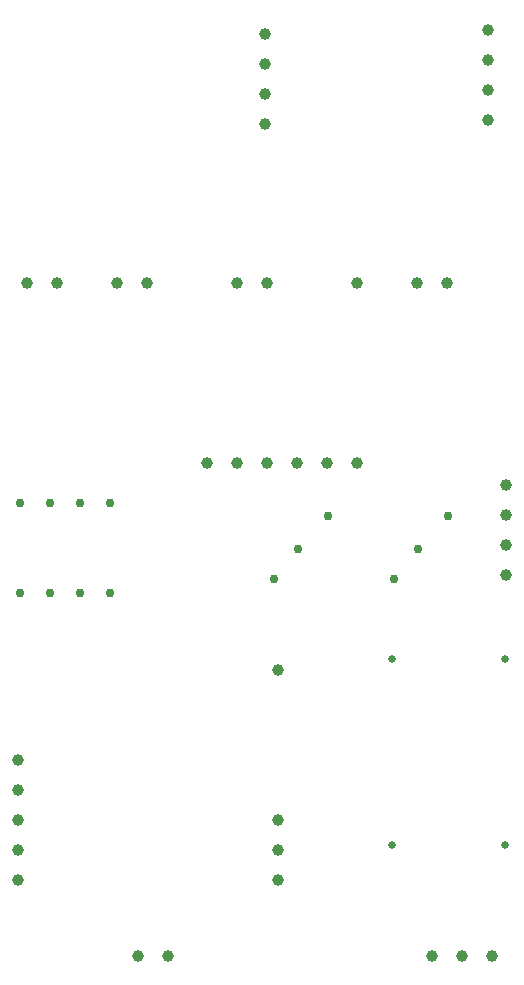
<source format=gbr>
G04 PROTEUS GERBER X2 FILE*
%TF.GenerationSoftware,Labcenter,Proteus,8.15-SP1-Build34318*%
%TF.CreationDate,2024-01-08T11:51:49+00:00*%
%TF.FileFunction,Plated,0,1,PTH*%
%TF.FilePolarity,Positive*%
%TF.Part,Single*%
%TF.SameCoordinates,{48404f31-340f-4c03-a89b-c5ec1aaa3b79}*%
%FSLAX45Y45*%
%MOMM*%
G01*
%TA.AperFunction,ComponentDrill*%
%ADD35C,1.000000*%
%TA.AperFunction,ComponentDrill*%
%ADD36C,0.762000*%
%TA.AperFunction,ComponentDrill*%
%ADD37C,0.635000*%
%TD.AperFunction*%
D35*
X-650000Y+8490000D03*
X-650000Y+8236000D03*
X-650000Y+7982000D03*
X-650000Y+7728000D03*
X-2540000Y+8450000D03*
X-2540000Y+8196000D03*
X-2540000Y+7942000D03*
X-2540000Y+7688000D03*
X-1760000Y+4820000D03*
X-2014000Y+4820000D03*
X-2268000Y+4820000D03*
X-2522000Y+4820000D03*
X-2776000Y+4820000D03*
X-3030000Y+4820000D03*
X-4556000Y+6344000D03*
X-4300000Y+6344000D03*
X-3792000Y+6344000D03*
X-3538000Y+6344000D03*
X-2776000Y+6344000D03*
X-2522000Y+6344000D03*
X-1760000Y+6344000D03*
X-1252000Y+6344000D03*
X-998000Y+6344000D03*
X-500000Y+4634000D03*
X-500000Y+4380000D03*
X-500000Y+4126000D03*
X-500000Y+3872000D03*
D36*
X-2010000Y+4370000D03*
X-994000Y+4370000D03*
X-2260000Y+4090000D03*
X-1244000Y+4090000D03*
X-2470000Y+3840000D03*
X-1454000Y+3840000D03*
X-4620000Y+4480000D03*
X-4366000Y+4480000D03*
X-4112000Y+4480000D03*
X-3858000Y+4480000D03*
X-3858000Y+3718000D03*
X-4112000Y+3718000D03*
X-4366000Y+3718000D03*
X-4620000Y+3718000D03*
D37*
X-1470000Y+1590000D03*
X-510000Y+1590000D03*
X-510000Y+3160000D03*
X-1470000Y+3160000D03*
D35*
X-2430000Y+3070000D03*
X-2430000Y+1800000D03*
X-2430000Y+1546000D03*
X-2430000Y+1292000D03*
X-4630000Y+1292000D03*
X-4630000Y+1546000D03*
X-4630000Y+1800000D03*
X-4630000Y+2054000D03*
X-4630000Y+2308000D03*
X-620000Y+650000D03*
X-874000Y+650000D03*
X-1128000Y+650000D03*
X-3620000Y+650000D03*
X-3366000Y+650000D03*
M02*

</source>
